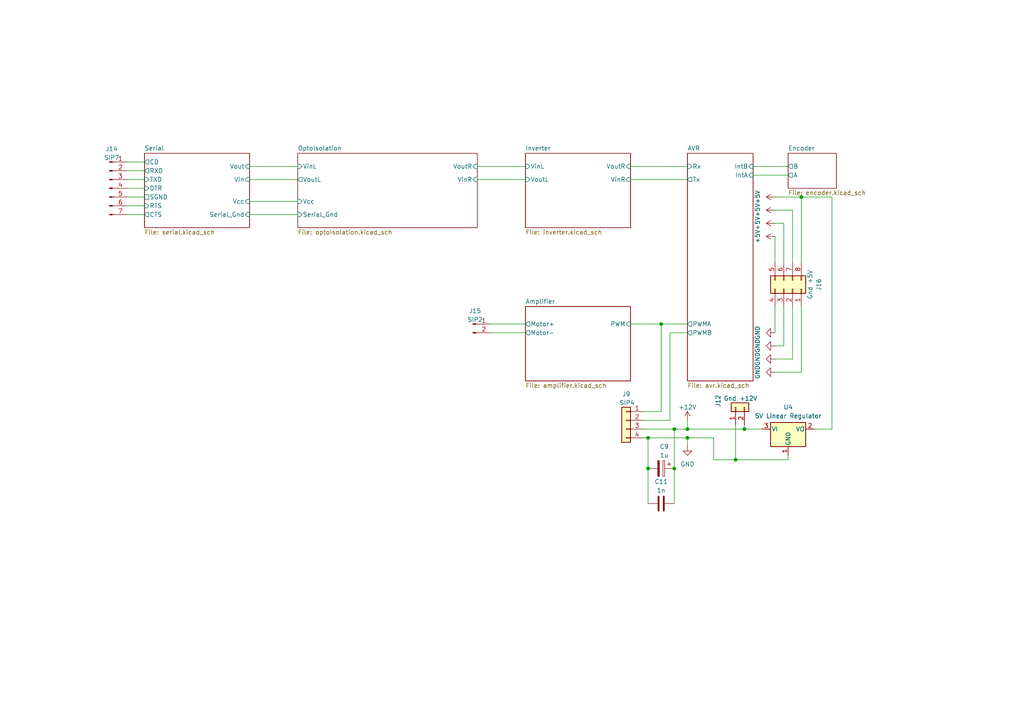
<source format=kicad_sch>
(kicad_sch (version 20230121) (generator eeschema)
  (paper "A4")
  (title_block (title "PCB Overview") (date "2023-05-23") (rev "1"))
  (lib_symbols
    (symbol "Connector:Conn_01x02_Pin" (pin_names (offset 1.016) hide)
      (property "Reference" "J" (at 0 2.54 0))
      (property "Value" "Conn_01x02_Pin" (at 0 -5.08 0))
      (symbol "Conn_01x02_Pin_1_1"
        (polyline (pts (xy 1.27 -2.54) (xy 0.8636 -2.54)) (stroke (width 0.1524)))
        (polyline (pts (xy 1.27 0) (xy 0.8636 0)) (stroke (width 0.1524)))
        (rectangle (start 0.8636 -2.413) (end 0 -2.667) (stroke (width 0.1524)) (fill (type outline)))
        (rectangle (start 0.8636 0.127) (end 0 -0.127) (stroke (width 0.1524)) (fill (type outline)))
        (pin passive line (at 5.08 0 180) (length 3.81) (name "Pin_1") (number "1"))
        (pin passive line (at 5.08 -2.54 180) (length 3.81) (name "Pin_2") (number "2"))
      )
    )
    (symbol "Connector:Conn_01x07_Pin" (pin_names (offset 1.016) hide)
      (property "Reference" "J" (at 0 10.16 0))
      (property "Value" "Conn_01x07_Pin" (at 0 -10.16 0))
      (symbol "Conn_01x07_Pin_1_1"
        (polyline (pts (xy 1.27 -7.62) (xy 0.8636 -7.62)) (stroke (width 0.1524)))
        (polyline (pts (xy 1.27 -5.08) (xy 0.8636 -5.08)) (stroke (width 0.1524)))
        (polyline (pts (xy 1.27 -2.54) (xy 0.8636 -2.54)) (stroke (width 0.1524)))
        (polyline (pts (xy 1.27 0) (xy 0.8636 0)) (stroke (width 0.1524)))
        (polyline (pts (xy 1.27 2.54) (xy 0.8636 2.54)) (stroke (width 0.1524)))
        (polyline (pts (xy 1.27 5.08) (xy 0.8636 5.08)) (stroke (width 0.1524)))
        (polyline (pts (xy 1.27 7.62) (xy 0.8636 7.62)) (stroke (width 0.1524)))
        (rectangle (start 0.8636 -7.493) (end 0 -7.747) (stroke (width 0.1524)) (fill (type outline)))
        (rectangle (start 0.8636 -4.953) (end 0 -5.207) (stroke (width 0.1524)) (fill (type outline)))
        (rectangle (start 0.8636 -2.413) (end 0 -2.667) (stroke (width 0.1524)) (fill (type outline)))
        (rectangle (start 0.8636 0.127) (end 0 -0.127) (stroke (width 0.1524)) (fill (type outline)))
        (rectangle (start 0.8636 2.667) (end 0 2.413) (stroke (width 0.1524)) (fill (type outline)))
        (rectangle (start 0.8636 5.207) (end 0 4.953) (stroke (width 0.1524)) (fill (type outline)))
        (rectangle (start 0.8636 7.747) (end 0 7.493) (stroke (width 0.1524)) (fill (type outline)))
        (pin passive line (at 5.08 7.62 180) (length 3.81) (name "Pin_1") (number "1"))
        (pin passive line (at 5.08 5.08 180) (length 3.81) (name "Pin_2") (number "2"))
        (pin passive line (at 5.08 2.54 180) (length 3.81) (name "Pin_3") (number "3"))
        (pin passive line (at 5.08 0 180) (length 3.81) (name "Pin_4") (number "4"))
        (pin passive line (at 5.08 -2.54 180) (length 3.81) (name "Pin_5") (number "5"))
        (pin passive line (at 5.08 -5.08 180) (length 3.81) (name "Pin_6") (number "6"))
        (pin passive line (at 5.08 -7.62 180) (length 3.81) (name "Pin_7") (number "7"))
      )
    )
    (symbol "Connector_Generic:Conn_01x02" (pin_names (offset 1.016) hide)
      (property "Reference" "J" (at 0 2.54 0))
      (property "Value" "Conn_01x02" (at 0 -5.08 0))
      (symbol "Conn_01x02_1_1"
        (rectangle (start -1.27 -2.413) (end 0 -2.667) (stroke (width 0.1524)))
        (rectangle (start -1.27 0.127) (end 0 -0.127) (stroke (width 0.1524)))
        (rectangle (start -1.27 1.27) (end 1.27 -3.81) (stroke (width 0.254)) (fill (type background)))
        (pin passive line (at -5.08 0 0) (length 3.81) (name "Pin_1") (number "1"))
        (pin passive line (at -5.08 -2.54 0) (length 3.81) (name "Pin_2") (number "2"))
      )
    )
    (symbol "Connector_Generic:Conn_01x04" (pin_names (offset 1.016) hide)
      (property "Reference" "J" (at 0 5.08 0))
      (property "Value" "Conn_01x04" (at 0 -7.62 0))
      (symbol "Conn_01x04_1_1"
        (rectangle (start -1.27 -4.953) (end 0 -5.207) (stroke (width 0.1524)))
        (rectangle (start -1.27 -2.413) (end 0 -2.667) (stroke (width 0.1524)))
        (rectangle (start -1.27 0.127) (end 0 -0.127) (stroke (width 0.1524)))
        (rectangle (start -1.27 2.667) (end 0 2.413) (stroke (width 0.1524)))
        (rectangle (start -1.27 3.81) (end 1.27 -6.35) (stroke (width 0.254)) (fill (type background)))
        (pin passive line (at -5.08 2.54 0) (length 3.81) (name "Pin_1") (number "1"))
        (pin passive line (at -5.08 0 0) (length 3.81) (name "Pin_2") (number "2"))
        (pin passive line (at -5.08 -2.54 0) (length 3.81) (name "Pin_3") (number "3"))
        (pin passive line (at -5.08 -5.08 0) (length 3.81) (name "Pin_4") (number "4"))
      )
    )
    (symbol "Connector_Generic:Conn_02x04_Counter_Clockwise" (pin_names (offset 1.016) hide)
      (property "Reference" "J" (at 1.27 5.08 0))
      (property "Value" "Conn_02x04_Counter_Clockwise" (at 1.27 -7.62 0))
      (symbol "Conn_02x04_Counter_Clockwise_1_1"
        (rectangle (start -1.27 -4.953) (end 0 -5.207) (stroke (width 0.1524)))
        (rectangle (start -1.27 -2.413) (end 0 -2.667) (stroke (width 0.1524)))
        (rectangle (start -1.27 0.127) (end 0 -0.127) (stroke (width 0.1524)))
        (rectangle (start -1.27 2.667) (end 0 2.413) (stroke (width 0.1524)))
        (rectangle (start -1.27 3.81) (end 3.81 -6.35) (stroke (width 0.254)) (fill (type background)))
        (rectangle (start 3.81 -4.953) (end 2.54 -5.207) (stroke (width 0.1524)))
        (rectangle (start 3.81 -2.413) (end 2.54 -2.667) (stroke (width 0.1524)))
        (rectangle (start 3.81 0.127) (end 2.54 -0.127) (stroke (width 0.1524)))
        (rectangle (start 3.81 2.667) (end 2.54 2.413) (stroke (width 0.1524)))
        (pin passive line (at -5.08 2.54 0) (length 3.81) (name "Pin_1") (number "1"))
        (pin passive line (at -5.08 0 0) (length 3.81) (name "Pin_2") (number "2"))
        (pin passive line (at -5.08 -2.54 0) (length 3.81) (name "Pin_3") (number "3"))
        (pin passive line (at -5.08 -5.08 0) (length 3.81) (name "Pin_4") (number "4"))
        (pin passive line (at 7.62 -5.08 180) (length 3.81) (name "Pin_5") (number "5"))
        (pin passive line (at 7.62 -2.54 180) (length 3.81) (name "Pin_6") (number "6"))
        (pin passive line (at 7.62 0 180) (length 3.81) (name "Pin_7") (number "7"))
        (pin passive line (at 7.62 2.54 180) (length 3.81) (name "Pin_8") (number "8"))
      )
    )
    (symbol "Device:C" (pin_numbers hide) (pin_names (offset 0.254))
      (property "Reference" "C" (at 0.635 2.54 0))
      (property "Value" "C" (at 0.635 -2.54 0))
      (symbol "C_0_1"
        (polyline (pts (xy -2.032 -0.762) (xy 2.032 -0.762)) (stroke (width 0.508)))
        (polyline (pts (xy -2.032 0.762) (xy 2.032 0.762)) (stroke (width 0.508)))
      )
      (symbol "C_1_1"
        (pin passive line (at 0 3.81 270) (length 2.794) (name "~") (number "1"))
        (pin passive line (at 0 -3.81 90) (length 2.794) (name "~") (number "2"))
      )
    )
    (symbol "Device:C_Polarized" (pin_numbers hide) (pin_names (offset 0.254))
      (property "Reference" "C" (at 0.635 2.54 0))
      (property "Value" "C_Polarized" (at 0.635 -2.54 0))
      (symbol "C_Polarized_0_1"
        (rectangle (start -2.286 0.508) (end 2.286 1.016))
        (polyline (pts (xy -1.778 2.286) (xy -0.762 2.286)))
        (polyline (pts (xy -1.27 2.794) (xy -1.27 1.778)))
        (rectangle (start 2.286 -0.508) (end -2.286 -1.016) (fill (type outline)))
      )
      (symbol "C_Polarized_1_1"
        (pin passive line (at 0 3.81 270) (length 2.794) (name "~") (number "1"))
        (pin passive line (at 0 -3.81 90) (length 2.794) (name "~") (number "2"))
      )
    )
    (symbol "Regulator_Linear:AZ1084-1.5" (pin_names (offset 0.254))
      (property "Reference" "U" (at -3.81 3.175 0))
      (property "Value" "AZ1084-1.5" (at 0 3.175 0))
      (symbol "AZ1084-1.5_0_1"
        (rectangle (start -5.08 1.905) (end 5.08 -5.08) (stroke (width 0.254)) (fill (type background)))
      )
      (symbol "AZ1084-1.5_1_1"
        (pin power_in line (at 0 -7.62 90) (length 2.54) (name "GND") (number "1"))
        (pin power_out line (at 7.62 0 180) (length 2.54) (name "VO") (number "2"))
        (pin power_in line (at -7.62 0 0) (length 2.54) (name "VI") (number "3"))
      )
    )
    (symbol "power:+12V" (power) (pin_names (offset 0))
      (property "Value" "+12V" (at 0 3.556 0))
      (symbol "+12V_0_1"
        (polyline (pts (xy -0.762 1.27) (xy 0 2.54)))
        (polyline (pts (xy 0 0) (xy 0 2.54)))
        (polyline (pts (xy 0 2.54) (xy 0.762 1.27)))
      )
      (symbol "+12V_1_1"
        (pin power_in line (at 0 0 90) (length 0) hide (name "+12V") (number "1"))
      )
    )
    (symbol "power:+5V" (power) (pin_names (offset 0))
      (property "Value" "+5V" (at 0 3.556 0))
      (symbol "+5V_0_1"
        (polyline (pts (xy -0.762 1.27) (xy 0 2.54)))
        (polyline (pts (xy 0 0) (xy 0 2.54)))
        (polyline (pts (xy 0 2.54) (xy 0.762 1.27)))
      )
      (symbol "+5V_1_1"
        (pin power_in line (at 0 0 90) (length 0) hide (name "+5V") (number "1"))
      )
    )
    (symbol "power:GND" (power) (pin_names (offset 0))
      (property "Value" "GND" (at 0 -3.81 0))
      (symbol "GND_0_1"
        (polyline (pts (xy 0 0) (xy 0 -1.27) (xy 1.27 -1.27) (xy 0 -2.54) (xy -1.27 -1.27) (xy 0 -1.27)))
      )
      (symbol "GND_1_1"
        (pin power_in line (at 0 0 270) (length 0) hide (name "GND") (number "1"))
      )
    )
  )
  (junction (at 213.36 133.35))
  (junction (at 199.39 124.46))
  (junction (at 195.58 124.46))
  (junction (at 215.9 124.46))
  (junction (at 187.96 135.89))
  (junction (at 199.39 127))
  (junction (at 195.58 135.89))
  (junction (at 191.77 93.98))
  (junction (at 187.96 127))
  (junction (at 232.41 57.15))
  (wire (pts (xy 215.9 123.19) (xy 215.9 124.46)))
  (wire (pts (xy 194.31 96.52) (xy 194.31 121.92)))
  (wire (pts (xy 36.83 62.23) (xy 41.91 62.23)))
  (wire (pts (xy 182.88 93.98) (xy 191.77 93.98)))
  (wire (pts (xy 232.41 57.15) (xy 232.41 76.2)))
  (wire (pts (xy 227.33 100.33) (xy 227.33 88.9)))
  (wire (pts (xy 229.87 60.96) (xy 229.87 76.2)))
  (wire (pts (xy 224.79 64.77) (xy 227.33 64.77)))
  (wire (pts (xy 191.77 93.98) (xy 199.39 93.98)))
  (wire (pts (xy 199.39 129.54) (xy 199.39 127)))
  (wire (pts (xy 195.58 135.89) (xy 195.58 146.05)))
  (wire (pts (xy 228.6 133.35) (xy 228.6 132.08)))
  (wire (pts (xy 72.39 48.26) (xy 86.36 48.26)))
  (wire (pts (xy 72.39 62.23) (xy 86.36 62.23)))
  (wire (pts (xy 213.36 133.35) (xy 207.01 133.35)))
  (wire (pts (xy 232.41 107.95) (xy 232.41 88.9)))
  (wire (pts (xy 186.69 119.38) (xy 191.77 119.38)))
  (wire (pts (xy 224.79 60.96) (xy 229.87 60.96)))
  (wire (pts (xy 236.22 124.46) (xy 241.3 124.46)))
  (wire (pts (xy 207.01 127) (xy 199.39 127)))
  (wire (pts (xy 36.83 54.61) (xy 41.91 54.61)))
  (wire (pts (xy 199.39 124.46) (xy 215.9 124.46)))
  (wire (pts (xy 138.43 52.07) (xy 152.4 52.07)))
  (wire (pts (xy 228.6 133.35) (xy 213.36 133.35)))
  (wire (pts (xy 218.44 48.26) (xy 228.6 48.26)))
  (wire (pts (xy 241.3 124.46) (xy 241.3 57.15)))
  (wire (pts (xy 187.96 135.89) (xy 187.96 146.05)))
  (wire (pts (xy 72.39 52.07) (xy 86.36 52.07)))
  (wire (pts (xy 232.41 107.95) (xy 224.79 107.95)))
  (wire (pts (xy 199.39 96.52) (xy 194.31 96.52)))
  (wire (pts (xy 213.36 123.19) (xy 213.36 133.35)))
  (wire (pts (xy 186.69 124.46) (xy 195.58 124.46)))
  (wire (pts (xy 224.79 104.14) (xy 229.87 104.14)))
  (wire (pts (xy 224.79 100.33) (xy 227.33 100.33)))
  (wire (pts (xy 36.83 59.69) (xy 41.91 59.69)))
  (wire (pts (xy 142.24 93.98) (xy 152.4 93.98)))
  (wire (pts (xy 194.31 121.92) (xy 186.69 121.92)))
  (wire (pts (xy 218.44 50.8) (xy 228.6 50.8)))
  (wire (pts (xy 142.24 96.52) (xy 152.4 96.52)))
  (wire (pts (xy 195.58 124.46) (xy 199.39 124.46)))
  (wire (pts (xy 36.83 49.53) (xy 41.91 49.53)))
  (wire (pts (xy 224.79 68.58) (xy 224.79 76.2)))
  (wire (pts (xy 224.79 57.15) (xy 232.41 57.15)))
  (wire (pts (xy 36.83 52.07) (xy 41.91 52.07)))
  (wire (pts (xy 191.77 119.38) (xy 191.77 93.98)))
  (wire (pts (xy 227.33 64.77) (xy 227.33 76.2)))
  (wire (pts (xy 215.9 124.46) (xy 220.98 124.46)))
  (wire (pts (xy 182.88 52.07) (xy 199.39 52.07)))
  (wire (pts (xy 199.39 121.92) (xy 199.39 124.46)))
  (wire (pts (xy 241.3 57.15) (xy 232.41 57.15)))
  (wire (pts (xy 195.58 124.46) (xy 195.58 135.89)))
  (wire (pts (xy 72.39 58.42) (xy 86.36 58.42)))
  (wire (pts (xy 187.96 127) (xy 199.39 127)))
  (wire (pts (xy 36.83 46.99) (xy 41.91 46.99)))
  (wire (pts (xy 138.43 48.26) (xy 152.4 48.26)))
  (wire (pts (xy 182.88 48.26) (xy 199.39 48.26)))
  (wire (pts (xy 187.96 127) (xy 187.96 135.89)))
  (wire (pts (xy 186.69 127) (xy 187.96 127)))
  (wire (pts (xy 224.79 96.52) (xy 224.79 88.9)))
  (wire (pts (xy 229.87 104.14) (xy 229.87 88.9)))
  (wire (pts (xy 36.83 57.15) (xy 41.91 57.15)))
  (wire (pts (xy 207.01 133.35) (xy 207.01 127)))
  (symbol (lib_id "power:GND") (at 224.79 104.14 270) (mirror x) (unit 1)
    (property "Reference" "#PWR014" (effects hide))
    (property "Value" "GND" (at 219.71 104.14 0))
  )
  (symbol (lib_id "Regulator_Linear:AZ1084-1.5") (at 228.6 124.46 0) (unit 1)
    (property "Reference" "U4" (at 228.6 118.11 0))
    (property "Value" "5V Linear Regulator" (at 228.6 120.65 0))
    (property "Footprint" "Package_TO_SOT_THT:TO-220-3_Vertical" (effects hide))
    (property "Datasheet" "https://www.diodes.com/assets/Datasheets/AZ1084.pdf" (effects hide))
  )
  (symbol (lib_id "power:GND") (at 224.79 100.33 270) (mirror x) (unit 1)
    (property "Reference" "#PWR015" (effects hide))
    (property "Value" "GND" (at 219.71 100.33 0))
  )
  (symbol (lib_id "Connector_Generic:Conn_02x04_Counter_Clockwise") (at 229.87 83.82 270) (mirror x) (unit 1)
    (property "Reference" "J16" (at 237.49 82.55 0))
    (property "Value" "Gnd +5V" (at 234.95 82.55 0))
    (property "Footprint" "Connector_PinHeader_2.54mm:PinHeader_2x04_P2.54mm_Vertical" (effects hide))
  )
  (symbol (lib_id "Connector:Conn_01x02_Pin") (at 137.16 93.98 0) (unit 1)
    (property "Reference" "J15" (at 137.795 90.17 0))
    (property "Value" "SIP2" (at 137.795 92.71 0))
    (property "Footprint" "Connector_PinHeader_2.54mm:PinHeader_1x02_P2.54mm_Vertical" (effects hide))
  )
  (symbol (lib_id "power:GND") (at 224.79 96.52 270) (mirror x) (unit 1)
    (property "Reference" "#PWR016" (effects hide))
    (property "Value" "GND" (at 219.71 96.52 0))
  )
  (symbol (lib_id "power:GND") (at 224.79 107.95 270) (mirror x) (unit 1)
    (property "Reference" "#PWR017" (effects hide))
    (property "Value" "GND" (at 219.71 107.95 0))
  )
  (symbol (lib_id "Connector_Generic:Conn_01x04") (at 181.61 121.92 0) (mirror y) (unit 1)
    (property "Reference" "J9" (at 182.88 114.3 0) (effects (justify left)))
    (property "Value" "SIP4" (at 184.15 116.84 0) (effects (justify left)))
    (property "Footprint" "Connector_PinHeader_2.54mm:PinHeader_1x04_P2.54mm_Vertical" (effects hide))
  )
  (symbol (lib_id "power:+5V") (at 224.79 57.15 90) (mirror x) (unit 1)
    (property "Reference" "#PWR021" (effects hide))
    (property "Value" "+5V" (at 219.71 57.15 0))
  )
  (symbol (lib_id "Device:C") (at 191.77 146.05 90) (unit 1)
    (property "Reference" "C11" (at 191.77 139.7 90))
    (property "Value" "1n" (at 191.77 142.24 90))
    (property "Footprint" "Capacitor_THT:C_Rect_L9.0mm_W2.5mm_P7.50mm_MKT" (effects hide))
  )
  (symbol (lib_id "Device:C_Polarized") (at 191.77 135.89 270) (unit 1)
    (property "Reference" "C9" (at 192.659 129.54 90))
    (property "Value" "1u" (at 192.659 132.08 90))
    (property "Footprint" "Capacitor_THT:CP_Radial_D5.0mm_P2.50mm" (effects hide))
  )
  (symbol (lib_id "Connector_Generic:Conn_01x02") (at 213.36 118.11 90) (unit 1)
    (property "Reference" "J12" (at 208.28 118.11 0) (effects (justify left)))
    (property "Value" "Gnd +12V" (at 219.71 115.57 90) (effects (justify left)))
    (property "Footprint" "Connector_PinHeader_2.54mm:PinHeader_1x02_P2.54mm_Vertical" (effects hide))
  )
  (symbol (lib_id "power:+12V") (at 199.39 121.92 0) (unit 1)
    (property "Reference" "#PWR010" (effects hide))
    (property "Value" "+12V" (at 199.39 118.11 0))
  )
  (symbol (lib_id "Connector:Conn_01x07_Pin") (at 31.75 54.61 0) (unit 1)
    (property "Reference" "J14" (at 32.385 43.18 0))
    (property "Value" "SIP7" (at 32.385 45.72 0))
    (property "Footprint" "Connector_PinHeader_2.54mm:PinHeader_1x07_P2.54mm_Vertical" (effects hide))
  )
  (symbol (lib_id "power:+5V") (at 224.79 68.58 90) (mirror x) (unit 1)
    (property "Reference" "#PWR018" (effects hide))
    (property "Value" "+5V" (at 219.71 68.58 0))
  )
  (symbol (lib_id "power:GND") (at 199.39 129.54 0) (unit 1)
    (property "Reference" "#PWR011" (effects hide))
    (property "Value" "GND" (at 199.39 134.62 0))
  )
  (symbol (lib_id "power:+5V") (at 224.79 64.77 90) (mirror x) (unit 1)
    (property "Reference" "#PWR019" (effects hide))
    (property "Value" "+5V" (at 219.71 64.77 0))
  )
  (symbol (lib_id "power:+5V") (at 224.79 60.96 90) (mirror x) (unit 1)
    (property "Reference" "#PWR020" (effects hide))
    (property "Value" "+5V" (at 219.71 60.96 0))
  )
  (sheet (at 228.6 44.45) (size 13.97 10.16) (stroke (width 0.1524))
    (property "Sheetname" "Encoder" (at 228.6 43.7384 0) (effects (justify left bottom)))
    (property "Sheetfile" "encoder.kicad_sch" (at 228.6 55.1946 0) (effects (justify left top)))
    (pin "A" output (at 228.6 50.8 180))
    (pin "B" output (at 228.6 48.26 180))
  )
  (sheet (at 152.4 44.45) (size 30.48 21.59) (stroke (width 0.1524))
    (property "Sheetname" "Inverter" (at 152.4 43.7384 0) (effects (justify left bottom)))
    (property "Sheetfile" "inverter.kicad_sch" (at 152.4 66.6246 0) (effects (justify left top)))
    (pin "VinL" input (at 152.4 48.26 180))
    (pin "VoutL" input (at 152.4 52.07 180))
    (pin "VinR" input (at 182.88 52.07 0))
    (pin "VoutR" input (at 182.88 48.26 0))
  )
  (sheet (at 199.39 44.45) (size 19.05 66.04) (stroke (width 0.1524))
    (property "Sheetname" "AVR" (at 199.39 43.7384 0) (effects (justify left bottom)))
    (property "Sheetfile" "avr.kicad_sch" (at 199.39 111.0746 0) (effects (justify left top)))
    (pin "Rx" input (at 199.39 48.26 180))
    (pin "Tx" output (at 199.39 52.07 180))
    (pin "IntB" input (at 218.44 48.26 0))
    (pin "IntA" input (at 218.44 50.8 0))
    (pin "PWMA" output (at 199.39 93.98 180))
    (pin "PWMB" output (at 199.39 96.52 180))
  )
  (sheet (at 41.91 44.45) (size 30.48 21.59) (stroke (width 0.1524))
    (property "Sheetname" "Serial" (at 41.91 43.7384 0) (effects (justify left bottom)))
    (property "Sheetfile" "serial.kicad_sch" (at 41.91 66.6246 0) (effects (justify left top)))
    (pin "Vout" input (at 72.39 48.26 0))
    (pin "Vin" input (at 72.39 52.07 0))
    (pin "Vcc" input (at 72.39 58.42 0))
    (pin "DTR" input (at 41.91 54.61 180))
    (pin "RTS" input (at 41.91 59.69 180))
    (pin "SGND" passive (at 41.91 57.15 180))
    (pin "RXD" output (at 41.91 49.53 180))
    (pin "CD" output (at 41.91 46.99 180))
    (pin "TXD" input (at 41.91 52.07 180))
    (pin "CTS" output (at 41.91 62.23 180))
    (pin "Serial_Gnd" input (at 72.39 62.23 0))
  )
  (sheet (at 86.36 44.45) (size 52.07 21.59) (stroke (width 0.1524))
    (property "Sheetname" "OptoIsolation" (at 86.36 43.7384 0) (effects (justify left bottom)))
    (property "Sheetfile" "optoIsolation.kicad_sch" (at 86.36 66.6246 0) (effects (justify left top)))
    (pin "Vcc" input (at 86.36 58.42 180))
    (pin "Serial_Gnd" input (at 86.36 62.23 180))
    (pin "VinL" input (at 86.36 48.26 180))
    (pin "VoutL" output (at 86.36 52.07 180))
    (pin "VinR" input (at 138.43 52.07 0))
    (pin "VoutR" input (at 138.43 48.26 0))
  )
  (sheet (at 152.4 88.9) (size 30.48 21.59) (stroke (width 0.1524))
    (property "Sheetname" "Amplifier" (at 152.4 88.1884 0) (effects (justify left bottom)))
    (property "Sheetfile" "amplifier.kicad_sch" (at 152.4 111.0746 0) (effects (justify left top)))
    (pin "PWM" input (at 182.88 93.98 0))
    (pin "Motor+" output (at 152.4 93.98 180))
    (pin "Motor-" output (at 152.4 96.52 180))
  )
)
</source>
